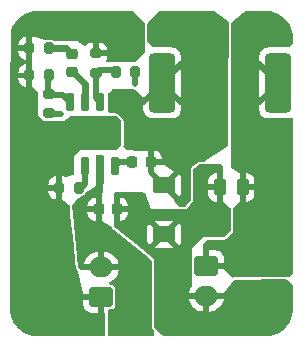
<source format=gtl>
G04 #@! TF.GenerationSoftware,KiCad,Pcbnew,9.0.1-9.0.1-0~ubuntu24.04.1*
G04 #@! TF.CreationDate,2025-05-08T14:48:16+02:00*
G04 #@! TF.ProjectId,MP1584-5V,4d503135-3834-42d3-9556-2e6b69636164,rev?*
G04 #@! TF.SameCoordinates,Original*
G04 #@! TF.FileFunction,Copper,L1,Top*
G04 #@! TF.FilePolarity,Positive*
%FSLAX46Y46*%
G04 Gerber Fmt 4.6, Leading zero omitted, Abs format (unit mm)*
G04 Created by KiCad (PCBNEW 9.0.1-9.0.1-0~ubuntu24.04.1) date 2025-05-08 14:48:16*
%MOMM*%
%LPD*%
G01*
G04 APERTURE LIST*
G04 Aperture macros list*
%AMRoundRect*
0 Rectangle with rounded corners*
0 $1 Rounding radius*
0 $2 $3 $4 $5 $6 $7 $8 $9 X,Y pos of 4 corners*
0 Add a 4 corners polygon primitive as box body*
4,1,4,$2,$3,$4,$5,$6,$7,$8,$9,$2,$3,0*
0 Add four circle primitives for the rounded corners*
1,1,$1+$1,$2,$3*
1,1,$1+$1,$4,$5*
1,1,$1+$1,$6,$7*
1,1,$1+$1,$8,$9*
0 Add four rect primitives between the rounded corners*
20,1,$1+$1,$2,$3,$4,$5,0*
20,1,$1+$1,$4,$5,$6,$7,0*
20,1,$1+$1,$6,$7,$8,$9,0*
20,1,$1+$1,$8,$9,$2,$3,0*%
G04 Aperture macros list end*
G04 #@! TA.AperFunction,SMDPad,CuDef*
%ADD10RoundRect,0.201000X-0.749000X-0.469000X0.749000X-0.469000X0.749000X0.469000X-0.749000X0.469000X0*%
G04 #@! TD*
G04 #@! TA.AperFunction,SMDPad,CuDef*
%ADD11RoundRect,0.200000X0.200000X0.275000X-0.200000X0.275000X-0.200000X-0.275000X0.200000X-0.275000X0*%
G04 #@! TD*
G04 #@! TA.AperFunction,ComponentPad*
%ADD12RoundRect,0.250000X0.750000X-0.600000X0.750000X0.600000X-0.750000X0.600000X-0.750000X-0.600000X0*%
G04 #@! TD*
G04 #@! TA.AperFunction,ComponentPad*
%ADD13O,2.000000X1.700000*%
G04 #@! TD*
G04 #@! TA.AperFunction,SMDPad,CuDef*
%ADD14RoundRect,0.225000X-0.225000X-0.250000X0.225000X-0.250000X0.225000X0.250000X-0.225000X0.250000X0*%
G04 #@! TD*
G04 #@! TA.AperFunction,SMDPad,CuDef*
%ADD15RoundRect,0.200000X0.275000X-0.200000X0.275000X0.200000X-0.275000X0.200000X-0.275000X-0.200000X0*%
G04 #@! TD*
G04 #@! TA.AperFunction,SMDPad,CuDef*
%ADD16RoundRect,0.200000X-0.200000X-0.275000X0.200000X-0.275000X0.200000X0.275000X-0.200000X0.275000X0*%
G04 #@! TD*
G04 #@! TA.AperFunction,SMDPad,CuDef*
%ADD17RoundRect,0.330000X0.770000X-2.170000X0.770000X2.170000X-0.770000X2.170000X-0.770000X-2.170000X0*%
G04 #@! TD*
G04 #@! TA.AperFunction,ComponentPad*
%ADD18RoundRect,0.250000X-0.750000X0.600000X-0.750000X-0.600000X0.750000X-0.600000X0.750000X0.600000X0*%
G04 #@! TD*
G04 #@! TA.AperFunction,SMDPad,CuDef*
%ADD19RoundRect,0.225000X0.250000X-0.225000X0.250000X0.225000X-0.250000X0.225000X-0.250000X-0.225000X0*%
G04 #@! TD*
G04 #@! TA.AperFunction,SMDPad,CuDef*
%ADD20RoundRect,0.250000X0.250000X0.475000X-0.250000X0.475000X-0.250000X-0.475000X0.250000X-0.475000X0*%
G04 #@! TD*
G04 #@! TA.AperFunction,SMDPad,CuDef*
%ADD21RoundRect,0.152500X-0.152500X0.647500X-0.152500X-0.647500X0.152500X-0.647500X0.152500X0.647500X0*%
G04 #@! TD*
G04 #@! TA.AperFunction,SMDPad,CuDef*
%ADD22RoundRect,0.250000X-1.475000X-1.030000X1.475000X-1.030000X1.475000X1.030000X-1.475000X1.030000X0*%
G04 #@! TD*
G04 #@! TA.AperFunction,ViaPad*
%ADD23C,0.600000*%
G04 #@! TD*
G04 #@! TA.AperFunction,ViaPad*
%ADD24C,0.450000*%
G04 #@! TD*
G04 #@! TA.AperFunction,Conductor*
%ADD25C,0.600000*%
G04 #@! TD*
G04 #@! TA.AperFunction,Conductor*
%ADD26C,0.500000*%
G04 #@! TD*
G04 APERTURE END LIST*
D10*
X166760000Y-96010000D03*
X166760000Y-100170000D03*
D11*
X156975000Y-84390000D03*
X155325000Y-84390000D03*
X159515000Y-96220000D03*
X157865000Y-96220000D03*
X164315000Y-86380000D03*
X162665000Y-86380000D03*
D12*
X161430000Y-105460000D03*
D13*
X161430000Y-102960000D03*
D14*
X161215000Y-98030000D03*
X162765000Y-98030000D03*
D15*
X160970000Y-86465000D03*
X160970000Y-84815000D03*
D16*
X155325000Y-86710000D03*
X156975000Y-86710000D03*
D17*
X166590000Y-87340000D03*
X176390000Y-87340000D03*
D18*
X170330000Y-102870000D03*
D13*
X170330000Y-105370000D03*
D19*
X158950000Y-86425000D03*
X158950000Y-84875000D03*
D14*
X164065000Y-94050000D03*
X165615000Y-94050000D03*
D20*
X173400000Y-96190000D03*
X171500000Y-96190000D03*
D21*
X162590000Y-88950000D03*
X161320000Y-88950000D03*
X160050000Y-88950000D03*
X158780000Y-88950000D03*
X158780000Y-94350000D03*
X160050000Y-94350000D03*
X161320000Y-94350000D03*
X162590000Y-94350000D03*
D22*
X160685000Y-91650000D03*
D15*
X157040000Y-89925000D03*
X157040000Y-88275000D03*
D23*
X164470000Y-99000000D03*
D24*
X155835000Y-108175400D03*
D23*
X161910000Y-90900000D03*
X159510000Y-92500000D03*
D24*
X154525000Y-103175000D03*
D23*
X160310000Y-92500000D03*
X159510000Y-90900000D03*
X157850000Y-91760000D03*
X170010000Y-97020000D03*
D24*
X154525000Y-93175000D03*
D23*
X157050000Y-93360000D03*
D24*
X154525000Y-83175000D03*
X162800000Y-83950000D03*
X167400000Y-108190000D03*
X156700000Y-81950000D03*
X158700000Y-81950000D03*
D23*
X157050000Y-92560000D03*
X159510000Y-91700000D03*
X170020000Y-95260000D03*
D24*
X154525000Y-95175000D03*
X154525000Y-101175000D03*
X154525000Y-97175000D03*
D23*
X160310000Y-90900000D03*
X170020000Y-96140000D03*
D24*
X154525000Y-107175000D03*
D23*
X160310000Y-91700000D03*
X164480000Y-98120000D03*
D24*
X162800000Y-81950000D03*
D23*
X161110000Y-91700000D03*
D24*
X175020000Y-108190000D03*
X172480000Y-108190000D03*
D23*
X157850000Y-93360000D03*
D24*
X154525000Y-99175000D03*
D23*
X161110000Y-90900000D03*
D24*
X160700000Y-81950000D03*
D23*
X161910000Y-92500000D03*
D24*
X158375000Y-108175400D03*
D23*
X161910000Y-91700000D03*
X161110000Y-92500000D03*
X157050000Y-91760000D03*
X157850000Y-90960000D03*
X157050000Y-90960000D03*
X157850000Y-92560000D03*
D24*
X154525000Y-89175000D03*
X169940000Y-108190000D03*
X154525000Y-91175000D03*
X154525000Y-105175000D03*
X160915000Y-108175400D03*
D23*
X164480000Y-97240000D03*
D24*
X161200000Y-96770000D03*
X164320000Y-87450000D03*
X158010000Y-89940000D03*
D25*
X156985000Y-84380000D02*
X156975000Y-84390000D01*
X158455000Y-84380000D02*
X156985000Y-84380000D01*
X158950000Y-84875000D02*
X158455000Y-84380000D01*
X158950000Y-86425000D02*
X159070000Y-86425000D01*
X160085000Y-88915000D02*
X160050000Y-88950000D01*
X160070000Y-87425000D02*
X160070000Y-88795000D01*
X160070000Y-88795000D02*
X160085000Y-88810000D01*
X159070000Y-86425000D02*
X160070000Y-87425000D01*
X160085000Y-88810000D02*
X160085000Y-88915000D01*
D26*
X164065000Y-94050000D02*
X163855000Y-94050000D01*
X163855000Y-94050000D02*
X163815000Y-94010000D01*
X163815000Y-94010000D02*
X162930000Y-94010000D01*
X162930000Y-94010000D02*
X162590000Y-94350000D01*
X156955000Y-88190000D02*
X157040000Y-88275000D01*
X156965000Y-86710000D02*
X156955000Y-86720000D01*
X156975000Y-86710000D02*
X156965000Y-86710000D01*
X158185000Y-88355000D02*
X158780000Y-88950000D01*
X157040000Y-88275000D02*
X157120000Y-88355000D01*
X157120000Y-88355000D02*
X158185000Y-88355000D01*
X156955000Y-86720000D02*
X156955000Y-88190000D01*
X161215000Y-86220000D02*
X160970000Y-86465000D01*
X160950000Y-86485000D02*
X160950000Y-88580000D01*
X160970000Y-86465000D02*
X160950000Y-86485000D01*
X162505000Y-86220000D02*
X161215000Y-86220000D01*
X162665000Y-86380000D02*
X162505000Y-86220000D01*
X160950000Y-88580000D02*
X161320000Y-88950000D01*
X160072500Y-95937500D02*
X160072500Y-94637500D01*
X160050000Y-94615000D02*
X160050000Y-94350000D01*
X159610000Y-96400000D02*
X160072500Y-95937500D01*
X160072500Y-94637500D02*
X160050000Y-94615000D01*
X164320000Y-86385000D02*
X164315000Y-86380000D01*
X164320000Y-87450000D02*
X164320000Y-86385000D01*
X157055000Y-89940000D02*
X157040000Y-89925000D01*
X158010000Y-89940000D02*
X157055000Y-89940000D01*
G04 #@! TA.AperFunction,Conductor*
G36*
X171562068Y-94229685D02*
G01*
X171574514Y-94238826D01*
X171743768Y-94380180D01*
X171782605Y-94438262D01*
X171783876Y-94508120D01*
X171775000Y-94523395D01*
X171775000Y-94888638D01*
X171755315Y-94955677D01*
X171750000Y-94962272D01*
X171750000Y-97414999D01*
X171765229Y-97430228D01*
X171780403Y-97434684D01*
X171790104Y-97441598D01*
X172365741Y-97895129D01*
X172406218Y-97952080D01*
X172412992Y-97994047D01*
X172390596Y-99824146D01*
X172370092Y-99890940D01*
X172353748Y-99910845D01*
X171884672Y-100374216D01*
X171823145Y-100407325D01*
X171797529Y-100410000D01*
X170011983Y-100410000D01*
X169345749Y-101074496D01*
X169118404Y-101301248D01*
X169110000Y-103599952D01*
X169110000Y-104505682D01*
X169090315Y-104572721D01*
X169086318Y-104578567D01*
X169025379Y-104662442D01*
X168928904Y-104851782D01*
X168863242Y-105053870D01*
X168863242Y-105053873D01*
X168852769Y-105120000D01*
X169896988Y-105120000D01*
X169864075Y-105177007D01*
X169830000Y-105304174D01*
X169830000Y-105435826D01*
X169864075Y-105562993D01*
X169896988Y-105620000D01*
X168852769Y-105620000D01*
X168863242Y-105686126D01*
X168863242Y-105686129D01*
X168928904Y-105888217D01*
X169025379Y-106077557D01*
X169150272Y-106249459D01*
X169150276Y-106249464D01*
X169300535Y-106399723D01*
X169300540Y-106399727D01*
X169472442Y-106524620D01*
X169661782Y-106621095D01*
X169863870Y-106686757D01*
X170073754Y-106720000D01*
X170080000Y-106720000D01*
X170080000Y-105803012D01*
X170137007Y-105835925D01*
X170264174Y-105870000D01*
X170395826Y-105870000D01*
X170522993Y-105835925D01*
X170580000Y-105803012D01*
X170580000Y-106720000D01*
X170586246Y-106720000D01*
X170796127Y-106686757D01*
X170796130Y-106686757D01*
X170998217Y-106621095D01*
X171187557Y-106524620D01*
X171359459Y-106399727D01*
X171359464Y-106399723D01*
X171509723Y-106249464D01*
X171509727Y-106249459D01*
X171634620Y-106077557D01*
X171731095Y-105888217D01*
X171796757Y-105686129D01*
X171796757Y-105686126D01*
X171807231Y-105620000D01*
X170763012Y-105620000D01*
X170795925Y-105562993D01*
X170830000Y-105435826D01*
X170830000Y-105304174D01*
X170795925Y-105177007D01*
X170763012Y-105120000D01*
X171627819Y-105120000D01*
X171629668Y-105120543D01*
X171677762Y-105120543D01*
X171807761Y-105120543D01*
X171807762Y-105120543D01*
X172641558Y-104039826D01*
X172698091Y-103998776D01*
X172739398Y-103991576D01*
X177105397Y-103980117D01*
X177172487Y-103999626D01*
X177184457Y-104008322D01*
X177624235Y-104369782D01*
X177663527Y-104427557D01*
X177669500Y-104465577D01*
X177669500Y-106496249D01*
X177669274Y-106503736D01*
X177653551Y-106763660D01*
X177651746Y-106778524D01*
X177605485Y-107030965D01*
X177601901Y-107045505D01*
X177525551Y-107290519D01*
X177520242Y-107304519D01*
X177414911Y-107538555D01*
X177407952Y-107551814D01*
X177275182Y-107771443D01*
X177266676Y-107783766D01*
X177108398Y-107985792D01*
X177098468Y-107997000D01*
X176917000Y-108178468D01*
X176905792Y-108188398D01*
X176703766Y-108346676D01*
X176691443Y-108355182D01*
X176471814Y-108487952D01*
X176458555Y-108494911D01*
X176224519Y-108600242D01*
X176210519Y-108605551D01*
X175965505Y-108681901D01*
X175950965Y-108685485D01*
X175698524Y-108731746D01*
X175683660Y-108733551D01*
X175423736Y-108749274D01*
X175416249Y-108749500D01*
X166720034Y-108749500D01*
X166652995Y-108729815D01*
X166632475Y-108713303D01*
X166604579Y-108685485D01*
X165942587Y-108025334D01*
X165909018Y-107964059D01*
X165906148Y-107936938D01*
X165908058Y-107538555D01*
X165933356Y-102260000D01*
X164868494Y-101403811D01*
X164788011Y-101339100D01*
X165944449Y-101339100D01*
X165954343Y-101339999D01*
X167565653Y-101339999D01*
X167575547Y-101339099D01*
X166760000Y-100523552D01*
X165944449Y-101339100D01*
X164788011Y-101339100D01*
X162796894Y-99738166D01*
X162680202Y-99644341D01*
X165310000Y-99644341D01*
X165310000Y-100695668D01*
X165316416Y-100766282D01*
X165316418Y-100766290D01*
X165367062Y-100928810D01*
X165455132Y-101074496D01*
X165478542Y-101097905D01*
X166406448Y-100170000D01*
X167113552Y-100170000D01*
X168041457Y-101097905D01*
X168064867Y-101074496D01*
X168152938Y-100928810D01*
X168203581Y-100766288D01*
X168209999Y-100695658D01*
X168209999Y-99644331D01*
X168203583Y-99573717D01*
X168203581Y-99573709D01*
X168152937Y-99411189D01*
X168064867Y-99265503D01*
X168041458Y-99242094D01*
X167113552Y-100170000D01*
X166406448Y-100170000D01*
X165478542Y-99242094D01*
X165455132Y-99265503D01*
X165367061Y-99411189D01*
X165316418Y-99573711D01*
X165310000Y-99644341D01*
X162680202Y-99644341D01*
X162556300Y-99544719D01*
X162516389Y-99487370D01*
X162510000Y-99448082D01*
X162510000Y-99061360D01*
X162515000Y-99044332D01*
X162515000Y-99004999D01*
X163015000Y-99004999D01*
X163038308Y-99004999D01*
X163038322Y-99004998D01*
X163078455Y-99000898D01*
X165944451Y-99000898D01*
X165944451Y-99000900D01*
X166760000Y-99816448D01*
X166760001Y-99816448D01*
X167575549Y-99000898D01*
X167575548Y-99000897D01*
X167565661Y-99000000D01*
X165954338Y-99000000D01*
X165944451Y-99000898D01*
X163078455Y-99000898D01*
X163137607Y-98994855D01*
X163298481Y-98941547D01*
X163298492Y-98941542D01*
X163321607Y-98927285D01*
X163442728Y-98852575D01*
X163442732Y-98852572D01*
X163562572Y-98732732D01*
X163562575Y-98732728D01*
X163651542Y-98588492D01*
X163651547Y-98588481D01*
X163704855Y-98427606D01*
X163714999Y-98328322D01*
X163715000Y-98328309D01*
X163715000Y-98280000D01*
X163015000Y-98280000D01*
X163015000Y-99004999D01*
X162515000Y-99004999D01*
X162515000Y-97780000D01*
X163015000Y-97780000D01*
X163714999Y-97780000D01*
X163714999Y-97731692D01*
X163714998Y-97731677D01*
X163704855Y-97632392D01*
X163651547Y-97471518D01*
X163651542Y-97471507D01*
X163562575Y-97327271D01*
X163562572Y-97327267D01*
X163442732Y-97207427D01*
X163442728Y-97207424D01*
X163298492Y-97118457D01*
X163298481Y-97118452D01*
X163137606Y-97065144D01*
X163038322Y-97055000D01*
X163015000Y-97055000D01*
X163015000Y-97780000D01*
X162515000Y-97780000D01*
X162515000Y-97028960D01*
X162512834Y-97024994D01*
X162512832Y-97024975D01*
X162512829Y-97024970D01*
X162512829Y-97024956D01*
X162510000Y-96998636D01*
X162510000Y-96757939D01*
X162529685Y-96690900D01*
X162542248Y-96674527D01*
X162573102Y-96640588D01*
X162632763Y-96604224D01*
X162664854Y-96600000D01*
X164995872Y-96600000D01*
X165062911Y-96619685D01*
X165108666Y-96672489D01*
X165110581Y-96676907D01*
X165670000Y-98040000D01*
X168690000Y-98040000D01*
X169240000Y-97320000D01*
X169240000Y-96714986D01*
X170500001Y-96714986D01*
X170510494Y-96817697D01*
X170565641Y-96984119D01*
X170565643Y-96984124D01*
X170657684Y-97133345D01*
X170781654Y-97257315D01*
X170930875Y-97349356D01*
X170930880Y-97349358D01*
X171097302Y-97404505D01*
X171097309Y-97404506D01*
X171200019Y-97414999D01*
X171249999Y-97414998D01*
X171250000Y-97414998D01*
X171250000Y-96440000D01*
X170500001Y-96440000D01*
X170500001Y-96714986D01*
X169240000Y-96714986D01*
X169240000Y-95665013D01*
X170500000Y-95665013D01*
X170500000Y-95940000D01*
X171250000Y-95940000D01*
X171250000Y-94965000D01*
X171249999Y-94964999D01*
X171200029Y-94965000D01*
X171200011Y-94965001D01*
X171097302Y-94975494D01*
X170930880Y-95030641D01*
X170930875Y-95030643D01*
X170781654Y-95122684D01*
X170657684Y-95246654D01*
X170565643Y-95395875D01*
X170565641Y-95395880D01*
X170510494Y-95562302D01*
X170510493Y-95562309D01*
X170500000Y-95665013D01*
X169240000Y-95665013D01*
X169240000Y-94668492D01*
X169259685Y-94601453D01*
X169297976Y-94563531D01*
X169386066Y-94508120D01*
X169829733Y-94229039D01*
X169895757Y-94210000D01*
X171495029Y-94210000D01*
X171562068Y-94229685D01*
G37*
G04 #@! TD.AperFunction*
G04 #@! TA.AperFunction,Conductor*
G36*
X175423736Y-81250726D02*
G01*
X175683662Y-81266448D01*
X175698524Y-81268253D01*
X175769528Y-81281264D01*
X175950969Y-81314515D01*
X175965498Y-81318096D01*
X176210523Y-81394449D01*
X176224516Y-81399755D01*
X176458562Y-81505091D01*
X176471808Y-81512044D01*
X176691449Y-81644821D01*
X176703760Y-81653319D01*
X176717810Y-81664326D01*
X176905792Y-81811601D01*
X176917000Y-81821531D01*
X177098468Y-82002999D01*
X177108398Y-82014207D01*
X177266676Y-82216233D01*
X177275180Y-82228553D01*
X177315107Y-82294601D01*
X177407952Y-82448185D01*
X177414911Y-82461444D01*
X177520242Y-82695480D01*
X177525551Y-82709480D01*
X177601901Y-82954494D01*
X177605485Y-82969034D01*
X177651746Y-83221475D01*
X177653551Y-83236339D01*
X177669274Y-83496263D01*
X177669500Y-83503750D01*
X177669500Y-83919137D01*
X177649815Y-83986176D01*
X177633181Y-84006818D01*
X177335539Y-84304459D01*
X177274216Y-84337944D01*
X177239479Y-84340495D01*
X177232170Y-84340000D01*
X175547830Y-84340000D01*
X175507284Y-84342749D01*
X175332086Y-84386320D01*
X175170356Y-84466530D01*
X175170354Y-84466532D01*
X175029641Y-84579640D01*
X175029640Y-84579641D01*
X174916532Y-84720354D01*
X174916530Y-84720356D01*
X174836320Y-84882086D01*
X174792749Y-85057284D01*
X174790000Y-85097830D01*
X174790000Y-85479999D01*
X174809336Y-85488009D01*
X174810414Y-85487421D01*
X174880106Y-85492403D01*
X174924457Y-85520905D01*
X176479095Y-87075543D01*
X176512580Y-87136866D01*
X176507596Y-87206558D01*
X176479095Y-87250905D01*
X176390000Y-87340000D01*
X176479095Y-87429095D01*
X176512580Y-87490418D01*
X176507596Y-87560110D01*
X176479095Y-87604457D01*
X174924457Y-89159094D01*
X174863134Y-89192579D01*
X174816046Y-89189211D01*
X174790000Y-89200000D01*
X174790000Y-89582169D01*
X174792749Y-89622715D01*
X174836320Y-89797913D01*
X174916530Y-89959643D01*
X174916532Y-89959645D01*
X175029640Y-90100358D01*
X175029641Y-90100359D01*
X175170354Y-90213467D01*
X175170356Y-90213469D01*
X175332086Y-90293679D01*
X175507284Y-90337250D01*
X175547830Y-90340000D01*
X177232170Y-90340000D01*
X177272715Y-90337250D01*
X177447911Y-90293680D01*
X177490405Y-90272605D01*
X177559210Y-90260453D01*
X177623662Y-90287429D01*
X177663298Y-90344968D01*
X177669500Y-90383693D01*
X177669500Y-103396601D01*
X177649815Y-103463640D01*
X177634295Y-103483154D01*
X177354547Y-103770150D01*
X177293657Y-103804416D01*
X177231129Y-103802665D01*
X177162785Y-103782791D01*
X177162780Y-103782790D01*
X177104863Y-103774618D01*
X177104858Y-103774618D01*
X172738859Y-103786077D01*
X172704110Y-103789128D01*
X172704106Y-103789128D01*
X172704102Y-103789129D01*
X172662676Y-103796350D01*
X172661453Y-103796568D01*
X172661450Y-103796568D01*
X172623905Y-103812604D01*
X172554521Y-103820832D01*
X172491704Y-103790243D01*
X172488972Y-103787678D01*
X171867770Y-103186549D01*
X171833283Y-103125784D01*
X171832955Y-103122955D01*
X171830000Y-103120000D01*
X170763012Y-103120000D01*
X170795925Y-103062993D01*
X170830000Y-102935826D01*
X170830000Y-102804174D01*
X170795925Y-102677007D01*
X170763012Y-102620000D01*
X171829999Y-102620000D01*
X171829999Y-102220028D01*
X171829998Y-102220013D01*
X171819505Y-102117302D01*
X171764358Y-101950880D01*
X171764356Y-101950875D01*
X171672315Y-101801654D01*
X171548345Y-101677684D01*
X171399124Y-101585643D01*
X171399119Y-101585641D01*
X171232697Y-101530494D01*
X171232690Y-101530493D01*
X171129986Y-101520000D01*
X170580000Y-101520000D01*
X170580000Y-102436988D01*
X170522993Y-102404075D01*
X170395826Y-102370000D01*
X170264174Y-102370000D01*
X170137007Y-102404075D01*
X170080000Y-102436988D01*
X170080000Y-101498119D01*
X170072834Y-101484996D01*
X170070000Y-101458638D01*
X170070000Y-101045770D01*
X170089685Y-100978731D01*
X170103732Y-100960755D01*
X170392179Y-100654485D01*
X170452471Y-100619178D01*
X170482447Y-100615500D01*
X171797523Y-100615500D01*
X171797529Y-100615500D01*
X171818873Y-100614389D01*
X171844489Y-100611714D01*
X171920525Y-100588287D01*
X171982052Y-100555178D01*
X172029091Y-100520413D01*
X172498167Y-100057042D01*
X172512569Y-100041253D01*
X172528913Y-100021348D01*
X172566544Y-99951246D01*
X172587048Y-99884452D01*
X172596081Y-99826661D01*
X172618477Y-97996562D01*
X172618247Y-97993458D01*
X172632923Y-97925148D01*
X172655060Y-97895788D01*
X173140000Y-97420000D01*
X173139999Y-97420000D01*
X173145096Y-97414999D01*
X173650000Y-97414999D01*
X173699972Y-97414999D01*
X173699986Y-97414998D01*
X173802697Y-97404505D01*
X173969119Y-97349358D01*
X173969124Y-97349356D01*
X174118345Y-97257315D01*
X174242315Y-97133345D01*
X174334356Y-96984124D01*
X174334358Y-96984119D01*
X174389505Y-96817697D01*
X174389506Y-96817690D01*
X174399999Y-96714986D01*
X174400000Y-96714973D01*
X174400000Y-96440000D01*
X173650000Y-96440000D01*
X173650000Y-97414999D01*
X173145096Y-97414999D01*
X173150000Y-97410188D01*
X173150000Y-95940000D01*
X173650000Y-95940000D01*
X174399999Y-95940000D01*
X174399999Y-95665028D01*
X174399998Y-95665013D01*
X174389505Y-95562302D01*
X174334358Y-95395880D01*
X174334356Y-95395875D01*
X174242315Y-95246654D01*
X174118345Y-95122684D01*
X173969124Y-95030643D01*
X173969119Y-95030641D01*
X173802697Y-94975494D01*
X173802690Y-94975493D01*
X173699986Y-94965000D01*
X173650000Y-94965000D01*
X173650000Y-95940000D01*
X173150000Y-95940000D01*
X173150000Y-94974710D01*
X173143874Y-94970000D01*
X173150000Y-94970000D01*
X173107571Y-94942086D01*
X173107567Y-94942083D01*
X172603703Y-94610594D01*
X172449520Y-94509157D01*
X172404334Y-94455868D01*
X172393673Y-94405301D01*
X172406334Y-88586448D01*
X174790000Y-88586448D01*
X176036448Y-87340000D01*
X176036448Y-87339999D01*
X174790000Y-86093551D01*
X174790000Y-88586448D01*
X172406334Y-88586448D01*
X172419878Y-82361594D01*
X172439709Y-82294601D01*
X172461813Y-82268908D01*
X173452448Y-81394448D01*
X173580360Y-81281537D01*
X173643647Y-81251930D01*
X173662421Y-81250500D01*
X175375830Y-81250500D01*
X175416249Y-81250500D01*
X175423736Y-81250726D01*
G37*
G04 #@! TD.AperFunction*
G04 #@! TA.AperFunction,Conductor*
G36*
X161582458Y-93449685D02*
G01*
X161628213Y-93502489D01*
X161639418Y-93554579D01*
X161630027Y-95564072D01*
X161629404Y-95575913D01*
X161486667Y-96993766D01*
X161465000Y-97047094D01*
X161465000Y-99004999D01*
X161470000Y-99009999D01*
X161470000Y-99010000D01*
X161470003Y-99010002D01*
X161483327Y-99023326D01*
X161490145Y-99024594D01*
X161503089Y-99032178D01*
X162319834Y-99579570D01*
X162324731Y-99584382D01*
X162328499Y-99585938D01*
X162352577Y-99611743D01*
X162381747Y-99653657D01*
X162381747Y-99653658D01*
X162387620Y-99662098D01*
X162387623Y-99662101D01*
X162387626Y-99662105D01*
X162427531Y-99704872D01*
X162551433Y-99804494D01*
X164205589Y-101134499D01*
X164659242Y-101499253D01*
X165382202Y-102080540D01*
X165680797Y-102320621D01*
X165720708Y-102377969D01*
X165727096Y-102417852D01*
X165710765Y-105825500D01*
X165700650Y-107935954D01*
X165700650Y-107935958D01*
X165701788Y-107958545D01*
X165701791Y-107958589D01*
X165704658Y-107985679D01*
X165704659Y-107985684D01*
X165728793Y-108062797D01*
X165762358Y-108124065D01*
X165762365Y-108124076D01*
X165797474Y-108170841D01*
X165797478Y-108170847D01*
X165866063Y-108239241D01*
X165899633Y-108300518D01*
X165902502Y-108327674D01*
X165900985Y-108626130D01*
X165880960Y-108693069D01*
X165827924Y-108738555D01*
X165776987Y-108749500D01*
X162123570Y-108749500D01*
X162056531Y-108729815D01*
X162010776Y-108677011D01*
X161999570Y-108625775D01*
X161995155Y-106634775D01*
X162014691Y-106567692D01*
X162067394Y-106521820D01*
X162119155Y-106510500D01*
X162234270Y-106510500D01*
X162264699Y-106507646D01*
X162264701Y-106507646D01*
X162328790Y-106485219D01*
X162392882Y-106462793D01*
X162502150Y-106382150D01*
X162582793Y-106272882D01*
X162605219Y-106208790D01*
X162627646Y-106144701D01*
X162627646Y-106144699D01*
X162630500Y-106114269D01*
X162630500Y-104805730D01*
X162627646Y-104775300D01*
X162627646Y-104775298D01*
X162582793Y-104647119D01*
X162582792Y-104647117D01*
X162521139Y-104563580D01*
X162502150Y-104537850D01*
X162392882Y-104457207D01*
X162392880Y-104457206D01*
X162264700Y-104412353D01*
X162234270Y-104409500D01*
X162234266Y-104409500D01*
X162225324Y-104409500D01*
X162158285Y-104389815D01*
X162112530Y-104337011D01*
X162102586Y-104267853D01*
X162131611Y-104204297D01*
X162169029Y-104175015D01*
X162287557Y-104114620D01*
X162459459Y-103989727D01*
X162459464Y-103989723D01*
X162609723Y-103839464D01*
X162609727Y-103839459D01*
X162734620Y-103667557D01*
X162831095Y-103478217D01*
X162896757Y-103276129D01*
X162896757Y-103276126D01*
X162907231Y-103210000D01*
X161863012Y-103210000D01*
X161895925Y-103152993D01*
X161930000Y-103025826D01*
X161930000Y-102894174D01*
X161895925Y-102767007D01*
X161863012Y-102710000D01*
X162907231Y-102710000D01*
X162896757Y-102643873D01*
X162896757Y-102643870D01*
X162831095Y-102441782D01*
X162734620Y-102252442D01*
X162609727Y-102080540D01*
X162609723Y-102080535D01*
X162459464Y-101930276D01*
X162459459Y-101930272D01*
X162287557Y-101805379D01*
X162098217Y-101708904D01*
X161896129Y-101643242D01*
X161686246Y-101610000D01*
X161680000Y-101610000D01*
X161680000Y-102526988D01*
X161622993Y-102494075D01*
X161495826Y-102460000D01*
X161364174Y-102460000D01*
X161237007Y-102494075D01*
X161180000Y-102526988D01*
X161180000Y-101610000D01*
X161173754Y-101610000D01*
X160963872Y-101643242D01*
X160963869Y-101643242D01*
X160761782Y-101708904D01*
X160572442Y-101805379D01*
X160400540Y-101930272D01*
X160400535Y-101930276D01*
X160250276Y-102080535D01*
X160250272Y-102080540D01*
X160125379Y-102252442D01*
X160028904Y-102441782D01*
X159963242Y-102643870D01*
X159963242Y-102643873D01*
X159952769Y-102710000D01*
X160996988Y-102710000D01*
X160964075Y-102767007D01*
X160930000Y-102894174D01*
X160930000Y-103025826D01*
X160964075Y-103152993D01*
X160996988Y-103210000D01*
X159960265Y-103210000D01*
X159939879Y-103208313D01*
X159683304Y-103165550D01*
X159681722Y-103164784D01*
X159679976Y-103164948D01*
X159650414Y-103149632D01*
X159620413Y-103135112D01*
X159618998Y-103133355D01*
X159617938Y-103132806D01*
X159596177Y-103105019D01*
X159508908Y-102953153D01*
X159492881Y-102902033D01*
X159340000Y-101130000D01*
X159013835Y-98328322D01*
X160265001Y-98328322D01*
X160275144Y-98427607D01*
X160328452Y-98588481D01*
X160328457Y-98588492D01*
X160417424Y-98732728D01*
X160417427Y-98732732D01*
X160537267Y-98852572D01*
X160537271Y-98852575D01*
X160681507Y-98941542D01*
X160681518Y-98941547D01*
X160842393Y-98994855D01*
X160941683Y-99004999D01*
X160965000Y-99004998D01*
X160965000Y-98280000D01*
X160265001Y-98280000D01*
X160265001Y-98328322D01*
X159013835Y-98328322D01*
X158956116Y-97832534D01*
X158961509Y-97801056D01*
X158965308Y-97769356D01*
X158967579Y-97765630D01*
X158967916Y-97763669D01*
X158983679Y-97739230D01*
X158989918Y-97731677D01*
X160265000Y-97731677D01*
X160265000Y-97780000D01*
X160965000Y-97780000D01*
X160965000Y-97054999D01*
X160941693Y-97055000D01*
X160941674Y-97055001D01*
X160842392Y-97065144D01*
X160681518Y-97118452D01*
X160681507Y-97118457D01*
X160537271Y-97207424D01*
X160537267Y-97207427D01*
X160417427Y-97327267D01*
X160417424Y-97327271D01*
X160328457Y-97471507D01*
X160328452Y-97471518D01*
X160275144Y-97632393D01*
X160265000Y-97731677D01*
X158989918Y-97731677D01*
X159510018Y-97102082D01*
X159532674Y-97080782D01*
X159774730Y-96904741D01*
X159828264Y-96882552D01*
X159840304Y-96880646D01*
X159953342Y-96823050D01*
X160043050Y-96733342D01*
X160048767Y-96722121D01*
X160086315Y-96678134D01*
X160950000Y-96050000D01*
X160970586Y-93552977D01*
X160990823Y-93486103D01*
X161044002Y-93440785D01*
X161094582Y-93430000D01*
X161515419Y-93430000D01*
X161582458Y-93449685D01*
G37*
G04 #@! TD.AperFunction*
G04 #@! TA.AperFunction,Conductor*
G36*
X170999465Y-81270185D02*
G01*
X171005488Y-81274310D01*
X172186552Y-82135580D01*
X172229120Y-82190985D01*
X172234977Y-82260609D01*
X172232391Y-82270964D01*
X172222830Y-82303265D01*
X172214378Y-82361144D01*
X172201912Y-88090328D01*
X172200834Y-88586001D01*
X172192094Y-92602276D01*
X172172263Y-92669272D01*
X172135971Y-92705779D01*
X170181352Y-93984273D01*
X170114473Y-94004496D01*
X170113475Y-94004500D01*
X169895757Y-94004500D01*
X169887712Y-94005636D01*
X169838819Y-94012545D01*
X169838815Y-94012546D01*
X169772798Y-94031583D01*
X169720311Y-94055092D01*
X169188558Y-94389582D01*
X169188546Y-94389591D01*
X169153375Y-94417515D01*
X169115072Y-94455448D01*
X169107156Y-94463737D01*
X169062512Y-94543551D01*
X169062509Y-94543556D01*
X169042826Y-94610588D01*
X169034500Y-94668495D01*
X169034500Y-97208547D01*
X169014815Y-97275586D01*
X169009039Y-97283820D01*
X168625603Y-97785773D01*
X168569265Y-97827098D01*
X168527064Y-97834500D01*
X168087561Y-97834500D01*
X168020522Y-97814815D01*
X167986125Y-97781822D01*
X167886055Y-97639501D01*
X167608195Y-97244322D01*
X167591456Y-97195007D01*
X166583224Y-96186776D01*
X166406448Y-96010000D01*
X167113552Y-96010000D01*
X168041457Y-96937905D01*
X168064867Y-96914496D01*
X168152938Y-96768810D01*
X168203581Y-96606288D01*
X168209999Y-96535658D01*
X168209999Y-95484331D01*
X168203583Y-95413717D01*
X168203581Y-95413709D01*
X168152937Y-95251189D01*
X168064867Y-95105503D01*
X168041458Y-95082094D01*
X167113552Y-96010000D01*
X166406448Y-96010000D01*
X165551448Y-95155000D01*
X165531972Y-95146933D01*
X165512061Y-95130887D01*
X165489884Y-95118153D01*
X165481198Y-95106015D01*
X165477569Y-95103091D01*
X165469350Y-95089462D01*
X165372397Y-94902481D01*
X165359014Y-94833907D01*
X165365000Y-94809739D01*
X165365000Y-94761448D01*
X165865000Y-94761448D01*
X166760000Y-95656448D01*
X167520127Y-94896320D01*
X167556445Y-94860000D01*
X167560000Y-94860000D01*
X167557930Y-94858514D01*
X167575547Y-94840897D01*
X167562865Y-94839746D01*
X167562952Y-94838780D01*
X167500552Y-94817316D01*
X167499969Y-94816900D01*
X166780000Y-94300000D01*
X166700000Y-94300000D01*
X165865000Y-94300000D01*
X165865000Y-94761448D01*
X165365000Y-94761448D01*
X165365000Y-93800000D01*
X165865000Y-93800000D01*
X166564999Y-93800000D01*
X166564999Y-93751692D01*
X166564998Y-93751677D01*
X166554855Y-93652392D01*
X166501547Y-93491518D01*
X166501542Y-93491507D01*
X166412575Y-93347271D01*
X166412572Y-93347267D01*
X166292732Y-93227427D01*
X166292728Y-93227424D01*
X166148492Y-93138457D01*
X166148481Y-93138452D01*
X165987606Y-93085144D01*
X165888322Y-93075000D01*
X165865000Y-93075000D01*
X165865000Y-93800000D01*
X165365000Y-93800000D01*
X165365000Y-93074999D01*
X165341693Y-93075000D01*
X165341674Y-93075001D01*
X165242396Y-93085143D01*
X165238710Y-93085933D01*
X165208595Y-93088609D01*
X164617221Y-93068748D01*
X164617221Y-93068747D01*
X163639036Y-93036640D01*
X163572678Y-93014767D01*
X163554211Y-92999160D01*
X163342476Y-92781447D01*
X163309850Y-92719668D01*
X163312221Y-92660658D01*
X163327221Y-92608617D01*
X163335256Y-92550683D01*
X163325721Y-90634119D01*
X163325243Y-90621083D01*
X163324166Y-90605376D01*
X163306985Y-90536084D01*
X163278646Y-90472219D01*
X163278644Y-90472215D01*
X163268897Y-90456685D01*
X163247555Y-90422675D01*
X162973684Y-90099647D01*
X162923760Y-90040762D01*
X162923748Y-90040750D01*
X162902638Y-90019269D01*
X162902634Y-90019264D01*
X162875357Y-89995307D01*
X162798155Y-89952684D01*
X162798157Y-89952684D01*
X162731173Y-89932826D01*
X162686394Y-89926269D01*
X162673296Y-89924351D01*
X162671891Y-89924347D01*
X162241186Y-89923225D01*
X162213419Y-89914993D01*
X162184966Y-89909583D01*
X162177619Y-89904379D01*
X162174198Y-89903365D01*
X162156170Y-89889186D01*
X162058826Y-89796835D01*
X162023741Y-89736417D01*
X162020173Y-89706483D01*
X162021777Y-89212308D01*
X164990000Y-89212308D01*
X164990000Y-89582169D01*
X164992749Y-89622715D01*
X165036320Y-89797913D01*
X165116530Y-89959643D01*
X165116532Y-89959645D01*
X165229640Y-90100358D01*
X165229641Y-90100359D01*
X165370354Y-90213467D01*
X165370356Y-90213469D01*
X165532086Y-90293679D01*
X165707284Y-90337250D01*
X165747830Y-90340000D01*
X167432170Y-90340000D01*
X167472715Y-90337250D01*
X167647913Y-90293679D01*
X167809643Y-90213469D01*
X167809645Y-90213467D01*
X167950358Y-90100359D01*
X167950359Y-90100358D01*
X168063467Y-89959645D01*
X168063469Y-89959643D01*
X168143679Y-89797913D01*
X168187250Y-89622715D01*
X168190000Y-89582169D01*
X168190000Y-89200000D01*
X168170659Y-89191989D01*
X168169578Y-89192580D01*
X168099886Y-89187594D01*
X168055542Y-89159094D01*
X166590000Y-87693552D01*
X165124457Y-89159094D01*
X165068852Y-89191192D01*
X164990000Y-89212308D01*
X162021777Y-89212308D01*
X162024845Y-88267457D01*
X162044747Y-88200486D01*
X162056797Y-88184778D01*
X162312859Y-87901140D01*
X162372391Y-87864572D01*
X162405421Y-87860236D01*
X164122022Y-87867572D01*
X164142165Y-87869309D01*
X164147921Y-87870283D01*
X164260691Y-87900500D01*
X164326451Y-87900500D01*
X164336726Y-87902239D01*
X164359145Y-87913159D01*
X164383072Y-87920185D01*
X164395721Y-87930975D01*
X164399540Y-87932835D01*
X164401305Y-87935737D01*
X164408476Y-87941854D01*
X164958448Y-88557077D01*
X164968099Y-88577375D01*
X164985920Y-88584757D01*
X164985921Y-88584757D01*
X164990001Y-88586447D01*
X166236449Y-87339999D01*
X166943552Y-87339999D01*
X166943552Y-87340000D01*
X168189999Y-88586448D01*
X168190000Y-88586447D01*
X168190000Y-86093552D01*
X168189999Y-86093551D01*
X166943552Y-87339999D01*
X166236449Y-87339999D01*
X166413224Y-87163224D01*
X168055542Y-85520905D01*
X168116865Y-85487420D01*
X168163955Y-85490787D01*
X168190000Y-85479999D01*
X168190000Y-85097830D01*
X168187250Y-85057284D01*
X168143679Y-84882086D01*
X168063469Y-84720356D01*
X168063467Y-84720354D01*
X167950359Y-84579641D01*
X167950358Y-84579640D01*
X167809645Y-84466532D01*
X167809643Y-84466530D01*
X167647913Y-84386320D01*
X167472715Y-84342749D01*
X167432170Y-84340000D01*
X165825509Y-84340000D01*
X165758470Y-84320315D01*
X165731494Y-84296853D01*
X165369611Y-83876059D01*
X165340823Y-83812395D01*
X165339626Y-83794921D01*
X165339864Y-83691620D01*
X165342880Y-82379511D01*
X165341727Y-82357289D01*
X165341632Y-82356399D01*
X165341648Y-82356307D01*
X165341594Y-82355614D01*
X165341777Y-82355599D01*
X165354108Y-82287654D01*
X165375205Y-82257689D01*
X166299350Y-81288910D01*
X166359867Y-81253989D01*
X166389074Y-81250500D01*
X170932426Y-81250500D01*
X170999465Y-81270185D01*
G37*
G04 #@! TD.AperFunction*
G04 #@! TA.AperFunction,Conductor*
G36*
X164075827Y-81270185D02*
G01*
X164096453Y-81286803D01*
X165026196Y-82216233D01*
X165101047Y-82291058D01*
X165134543Y-82352375D01*
X165137381Y-82379039D01*
X165131993Y-84723022D01*
X165112154Y-84790016D01*
X165095484Y-84810608D01*
X164350766Y-85552101D01*
X164289370Y-85585453D01*
X164263022Y-85588230D01*
X161938907Y-85583487D01*
X161871908Y-85563665D01*
X161826261Y-85510768D01*
X161816458Y-85441590D01*
X161833043Y-85395337D01*
X161888019Y-85304395D01*
X161938590Y-85142106D01*
X161945000Y-85071572D01*
X161945000Y-85065000D01*
X161094000Y-85065000D01*
X161026961Y-85045315D01*
X160981206Y-84992511D01*
X160970000Y-84941000D01*
X160970000Y-84815000D01*
X160844000Y-84815000D01*
X160776961Y-84795315D01*
X160731206Y-84742511D01*
X160720000Y-84691000D01*
X160720000Y-84565000D01*
X161220000Y-84565000D01*
X161944999Y-84565000D01*
X161944999Y-84558417D01*
X161938591Y-84487897D01*
X161938590Y-84487892D01*
X161888018Y-84325603D01*
X161800072Y-84180122D01*
X161679877Y-84059927D01*
X161534395Y-83971980D01*
X161534396Y-83971980D01*
X161372105Y-83921409D01*
X161372106Y-83921409D01*
X161301572Y-83915000D01*
X161220000Y-83915000D01*
X161220000Y-84565000D01*
X160720000Y-84565000D01*
X160720000Y-83915000D01*
X160719999Y-83914999D01*
X160638417Y-83915000D01*
X160567897Y-83921408D01*
X160567892Y-83921409D01*
X160405603Y-83971981D01*
X160260124Y-84059926D01*
X160141877Y-84178173D01*
X160080554Y-84211657D01*
X160010862Y-84206673D01*
X159954929Y-84164801D01*
X159944184Y-84135993D01*
X159929999Y-84109999D01*
X159630473Y-83921409D01*
X159390000Y-83770000D01*
X159389998Y-83769999D01*
X159389996Y-83769999D01*
X157396114Y-83763217D01*
X157340243Y-83749703D01*
X157300302Y-83729353D01*
X157206524Y-83714500D01*
X157206519Y-83714500D01*
X157206044Y-83714500D01*
X156738611Y-83714501D01*
X156738611Y-83713613D01*
X156704353Y-83710473D01*
X155827720Y-83476201D01*
X155597299Y-83414623D01*
X155579384Y-83409835D01*
X155575000Y-83413682D01*
X155575000Y-85391036D01*
X155577166Y-85395003D01*
X155580000Y-85421361D01*
X155580000Y-85678638D01*
X155575000Y-85695665D01*
X155575000Y-87625000D01*
X155560000Y-87640000D01*
X155575000Y-87653090D01*
X155575000Y-87684999D01*
X155579131Y-87689130D01*
X155632100Y-87704684D01*
X155646595Y-87715574D01*
X156070667Y-88085673D01*
X156108233Y-88144585D01*
X156113133Y-88179305D01*
X156109999Y-90060000D01*
X156609999Y-90550000D01*
X158290000Y-90550000D01*
X158290001Y-90550000D01*
X158522391Y-90383452D01*
X158857468Y-90143314D01*
X158923424Y-90120263D01*
X158930013Y-90120104D01*
X162672761Y-90129850D01*
X162739746Y-90149709D01*
X162767017Y-90173661D01*
X163090808Y-90555569D01*
X163119147Y-90619434D01*
X163120224Y-90635141D01*
X163129759Y-92551705D01*
X163110409Y-92618842D01*
X163097514Y-92635733D01*
X162766899Y-92999411D01*
X162707238Y-93035775D01*
X162675146Y-93040000D01*
X159649999Y-93040000D01*
X159170001Y-93509998D01*
X159169999Y-93510002D01*
X159161973Y-95051159D01*
X159141940Y-95118095D01*
X159088898Y-95163574D01*
X159065386Y-95171445D01*
X158440005Y-95313197D01*
X158370273Y-95308819D01*
X158361444Y-95304601D01*
X158361238Y-95305060D01*
X158354396Y-95301980D01*
X158192105Y-95251409D01*
X158192106Y-95251409D01*
X158121572Y-95245000D01*
X158115000Y-95245000D01*
X158115000Y-97194999D01*
X158130000Y-97209999D01*
X158130000Y-97210000D01*
X158130004Y-97210003D01*
X158134352Y-97214351D01*
X158135484Y-97214684D01*
X158143631Y-97220394D01*
X158299647Y-97339356D01*
X158710042Y-97652282D01*
X158710781Y-97652845D01*
X158717582Y-97662100D01*
X158727389Y-97668084D01*
X158737899Y-97689747D01*
X158752156Y-97709147D01*
X158753657Y-97722226D01*
X158757888Y-97730945D01*
X158758711Y-97766230D01*
X158758502Y-97767971D01*
X158757596Y-97774185D01*
X158756392Y-97781190D01*
X158756379Y-97781415D01*
X158753568Y-97797828D01*
X158753566Y-97797842D01*
X158751995Y-97856298D01*
X158809714Y-98352086D01*
X158825246Y-98485500D01*
X159135309Y-101148878D01*
X159135682Y-101152558D01*
X159252321Y-102504499D01*
X159252321Y-102504500D01*
X159288141Y-102919695D01*
X159296790Y-102963502D01*
X159296794Y-102963516D01*
X159312817Y-103014625D01*
X159312820Y-103014633D01*
X159330731Y-103055540D01*
X159330733Y-103055545D01*
X159371877Y-103127145D01*
X159386062Y-103165145D01*
X159430000Y-103390003D01*
X159430002Y-103390010D01*
X159925254Y-105128244D01*
X159930000Y-105162221D01*
X159930000Y-105210000D01*
X160996988Y-105210000D01*
X160964075Y-105267007D01*
X160930000Y-105394174D01*
X160930000Y-105525826D01*
X160964075Y-105652993D01*
X160996988Y-105710000D01*
X159930001Y-105710000D01*
X159930001Y-106109986D01*
X159940494Y-106212697D01*
X159995641Y-106379119D01*
X159995643Y-106379124D01*
X160087684Y-106528345D01*
X160211654Y-106652315D01*
X160360875Y-106744356D01*
X160360880Y-106744358D01*
X160527302Y-106799505D01*
X160527309Y-106799506D01*
X160630019Y-106809999D01*
X161179999Y-106809999D01*
X161180000Y-106809998D01*
X161180000Y-105893012D01*
X161237007Y-105925925D01*
X161364174Y-105960000D01*
X161495826Y-105960000D01*
X161622993Y-105925925D01*
X161680000Y-105893012D01*
X161680000Y-106809999D01*
X161685688Y-106815687D01*
X161733356Y-106829684D01*
X161779111Y-106882488D01*
X161790317Y-106933724D01*
X161792890Y-108093728D01*
X161794013Y-108600242D01*
X161794069Y-108625225D01*
X161774533Y-108692308D01*
X161721831Y-108738180D01*
X161670069Y-108749500D01*
X155978751Y-108749500D01*
X155971264Y-108749274D01*
X155711339Y-108733551D01*
X155696475Y-108731746D01*
X155444034Y-108685485D01*
X155429494Y-108681901D01*
X155184480Y-108605551D01*
X155170480Y-108600242D01*
X154936444Y-108494911D01*
X154923185Y-108487952D01*
X154703556Y-108355182D01*
X154691233Y-108346676D01*
X154489207Y-108188398D01*
X154477999Y-108178468D01*
X154296531Y-107997000D01*
X154286601Y-107985792D01*
X154128323Y-107783766D01*
X154119821Y-107771449D01*
X153987044Y-107551808D01*
X153980091Y-107538562D01*
X153874755Y-107304516D01*
X153869448Y-107290519D01*
X153793096Y-107045498D01*
X153789514Y-107030965D01*
X153776775Y-106961452D01*
X153743253Y-106778524D01*
X153741448Y-106763660D01*
X153740280Y-106744358D01*
X153725726Y-106503736D01*
X153725500Y-106496249D01*
X153725500Y-105152557D01*
X153728662Y-102963502D01*
X153737925Y-96551582D01*
X156965001Y-96551582D01*
X156971408Y-96622102D01*
X156971409Y-96622107D01*
X157021981Y-96784396D01*
X157109927Y-96929877D01*
X157230122Y-97050072D01*
X157375604Y-97138019D01*
X157375603Y-97138019D01*
X157537894Y-97188590D01*
X157537893Y-97188590D01*
X157608408Y-97194998D01*
X157608426Y-97194999D01*
X157614999Y-97194998D01*
X157615000Y-97194998D01*
X157615000Y-96470000D01*
X156965001Y-96470000D01*
X156965001Y-96551582D01*
X153737925Y-96551582D01*
X153738883Y-95888427D01*
X156965000Y-95888427D01*
X156965000Y-95970000D01*
X157615000Y-95970000D01*
X157615000Y-95245000D01*
X157614999Y-95244999D01*
X157608436Y-95245000D01*
X157608417Y-95245001D01*
X157537897Y-95251408D01*
X157537892Y-95251409D01*
X157375603Y-95301981D01*
X157230122Y-95389927D01*
X157109927Y-95510122D01*
X157021980Y-95655604D01*
X156971409Y-95817893D01*
X156965000Y-95888427D01*
X153738883Y-95888427D01*
X153739545Y-95430000D01*
X153751662Y-87041582D01*
X154425001Y-87041582D01*
X154431408Y-87112102D01*
X154431409Y-87112107D01*
X154481981Y-87274396D01*
X154569927Y-87419877D01*
X154690122Y-87540072D01*
X154835604Y-87628019D01*
X154835603Y-87628019D01*
X154997894Y-87678590D01*
X154997893Y-87678590D01*
X155068408Y-87684998D01*
X155068426Y-87684999D01*
X155074999Y-87684998D01*
X155075000Y-87684998D01*
X155075000Y-86960000D01*
X154425001Y-86960000D01*
X154425001Y-87041582D01*
X153751662Y-87041582D01*
X153752620Y-86378427D01*
X154425000Y-86378427D01*
X154425000Y-86460000D01*
X155075000Y-86460000D01*
X155075000Y-85735000D01*
X155074999Y-85734999D01*
X155068436Y-85735000D01*
X155068417Y-85735001D01*
X154997897Y-85741408D01*
X154997892Y-85741409D01*
X154835603Y-85791981D01*
X154690122Y-85879927D01*
X154569927Y-86000122D01*
X154481980Y-86145604D01*
X154431409Y-86307893D01*
X154425000Y-86378427D01*
X153752620Y-86378427D01*
X153755013Y-84721582D01*
X154425001Y-84721582D01*
X154431408Y-84792102D01*
X154431409Y-84792107D01*
X154481981Y-84954396D01*
X154569927Y-85099877D01*
X154690122Y-85220072D01*
X154835604Y-85308019D01*
X154835603Y-85308019D01*
X154997894Y-85358590D01*
X154997893Y-85358590D01*
X155068408Y-85364998D01*
X155068426Y-85364999D01*
X155074999Y-85364998D01*
X155075000Y-85364998D01*
X155075000Y-84640000D01*
X154425001Y-84640000D01*
X154425001Y-84721582D01*
X153755013Y-84721582D01*
X153755971Y-84058427D01*
X154425000Y-84058427D01*
X154425000Y-84140000D01*
X155075000Y-84140000D01*
X155075000Y-83415000D01*
X155074999Y-83414999D01*
X155068436Y-83415000D01*
X155068417Y-83415001D01*
X154997897Y-83421408D01*
X154997892Y-83421409D01*
X154835603Y-83471981D01*
X154690122Y-83559927D01*
X154569927Y-83680122D01*
X154481980Y-83825604D01*
X154431409Y-83987893D01*
X154425000Y-84058427D01*
X153755971Y-84058427D01*
X153757274Y-83156030D01*
X153759302Y-83133898D01*
X153789516Y-82969022D01*
X153793095Y-82954505D01*
X153869451Y-82709471D01*
X153874753Y-82695489D01*
X153980095Y-82461430D01*
X153987040Y-82448197D01*
X154119826Y-82228542D01*
X154128313Y-82216246D01*
X154286608Y-82014198D01*
X154296523Y-82003007D01*
X154478007Y-81821523D01*
X154489198Y-81811608D01*
X154691246Y-81653313D01*
X154703542Y-81644826D01*
X154923197Y-81512040D01*
X154936430Y-81505095D01*
X155170489Y-81399753D01*
X155184471Y-81394451D01*
X155429505Y-81318095D01*
X155444026Y-81314515D01*
X155696476Y-81268252D01*
X155711333Y-81266449D01*
X155720685Y-81265882D01*
X155735310Y-81264998D01*
X155742398Y-81264773D01*
X161156992Y-81250500D01*
X164008788Y-81250500D01*
X164075827Y-81270185D01*
G37*
G04 #@! TD.AperFunction*
M02*

</source>
